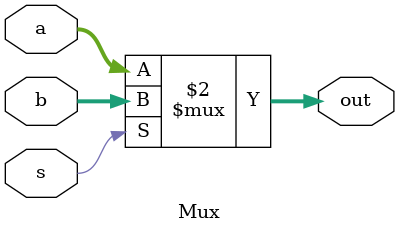
<source format=v>
`timescale 1ns / 1ps


module WriteBack_cycle(clk, rst, ResultSrcW, ALUResultW, 
                    ReadDataW, PCPlus4W, ResultW);
                    
input clk, rst, ResultSrcW;
input [31:0] ALUResultW, ReadDataW, PCPlus4W;
output [31:0] ResultW;


Mux mux(
        .a(ALUResultW),
        .b(ReadDataW),
        .s(ResultSrcW),
        .out(ResultW)
        );
endmodule



//*********************************************************************************************************//

//***********************************              MUX            *****************************************//

//*********************************************************************************************************//

`timescale 1ns / 1ps
//////////////////////////////////////////////////////////////////////////////////
// Company: 
// Engineer: 
// 
// Create Date: 05.06.2025 21:23:24
// Design Name: 
// Module Name: MUX
// Project Name: 
// Target Devices: 
// Tool Versions: 
// Description: 
// 
// Dependencies: 
// 
// Revision:
// Revision 0.01 - File Created
// Additional Comments:
// 
//////////////////////////////////////////////////////////////////////////////////


module Mux(a,b,s,out);
input [31:0] a,b;
input s;
output [31:0] out;

assign out = (!s) ? a : b;

endmodule

</source>
